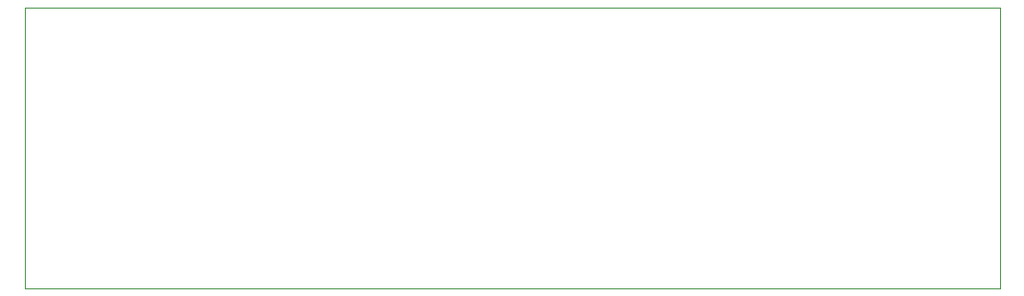
<source format=gm1>
%TF.GenerationSoftware,KiCad,Pcbnew,(6.0.1)*%
%TF.CreationDate,2022-02-18T16:05:50+00:00*%
%TF.ProjectId,Microphone Booster,4d696372-6f70-4686-9f6e-6520426f6f73,rev?*%
%TF.SameCoordinates,Original*%
%TF.FileFunction,Profile,NP*%
%FSLAX46Y46*%
G04 Gerber Fmt 4.6, Leading zero omitted, Abs format (unit mm)*
G04 Created by KiCad (PCBNEW (6.0.1)) date 2022-02-18 16:05:50*
%MOMM*%
%LPD*%
G01*
G04 APERTURE LIST*
%TA.AperFunction,Profile*%
%ADD10C,0.100000*%
%TD*%
G04 APERTURE END LIST*
D10*
X52070000Y-62992000D02*
X138303000Y-62992000D01*
X138303000Y-62992000D02*
X138303000Y-87884000D01*
X138303000Y-87884000D02*
X52070000Y-87884000D01*
X52070000Y-87884000D02*
X52070000Y-62992000D01*
M02*

</source>
